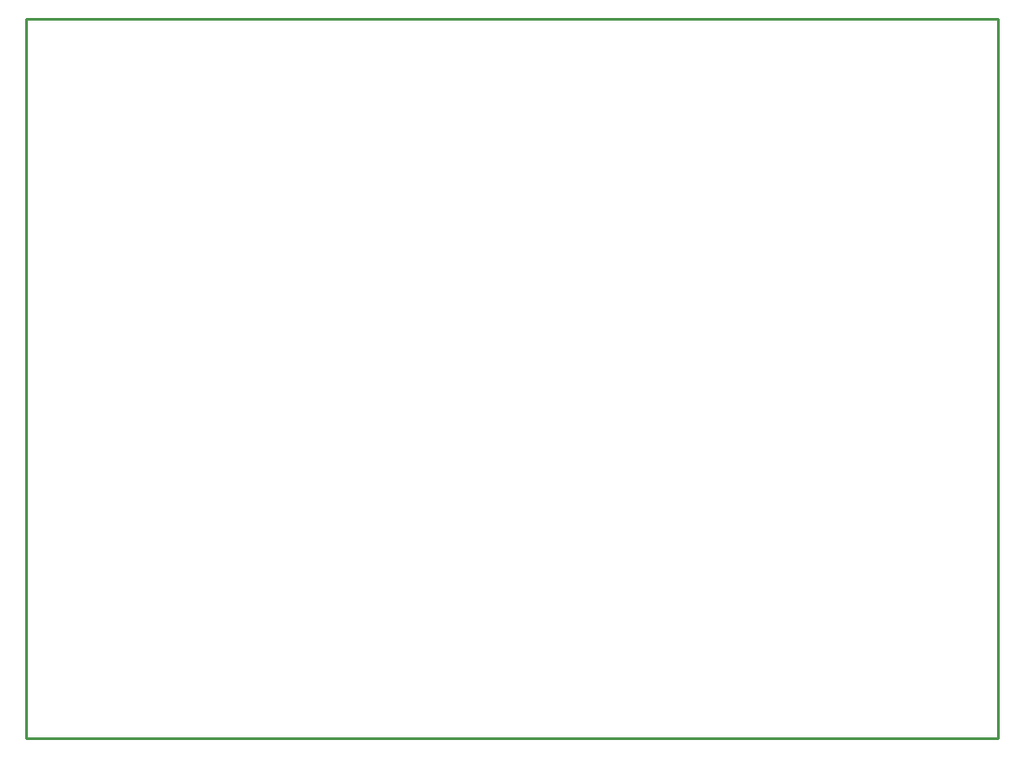
<source format=gko>
G04 Layer: BoardOutline*
G04 EasyEDA v6.3.43, 2020-05-28T19:53:23--7:00*
G04 7fdf06d367af498c9bd436b09c1433f1,d8a4e85e13c24898b9272ed7a7ead91d,10*
G04 Gerber Generator version 0.2*
G04 Scale: 100 percent, Rotated: No, Reflected: No *
G04 Dimensions in inches *
G04 leading zeros omitted , absolute positions ,2 integer and 4 decimal *
%FSLAX24Y24*%
%MOIN*%
G90*
G70D02*

%ADD10C,0.010000*%
G54D10*
G01X36050Y0D02*
G01X0Y0D01*
G01X0Y26700D01*
G01X36050Y26700D02*
G01X36050Y0D01*
G01X0Y26700D02*
G01X36050Y26700D01*

%LPD*%
M00*
M02*

</source>
